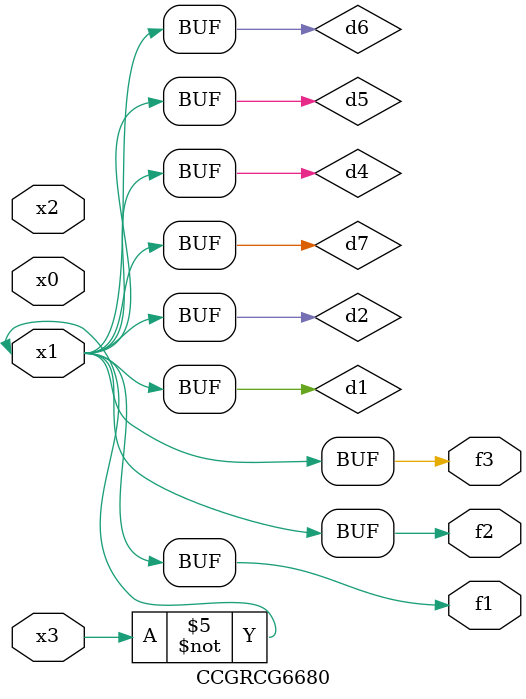
<source format=v>
module CCGRCG6680(
	input x0, x1, x2, x3,
	output f1, f2, f3
);

	wire d1, d2, d3, d4, d5, d6, d7;

	not (d1, x3);
	buf (d2, x1);
	xnor (d3, d1, d2);
	nor (d4, d1);
	buf (d5, d1, d2);
	buf (d6, d4, d5);
	nand (d7, d4);
	assign f1 = d6;
	assign f2 = d7;
	assign f3 = d6;
endmodule

</source>
